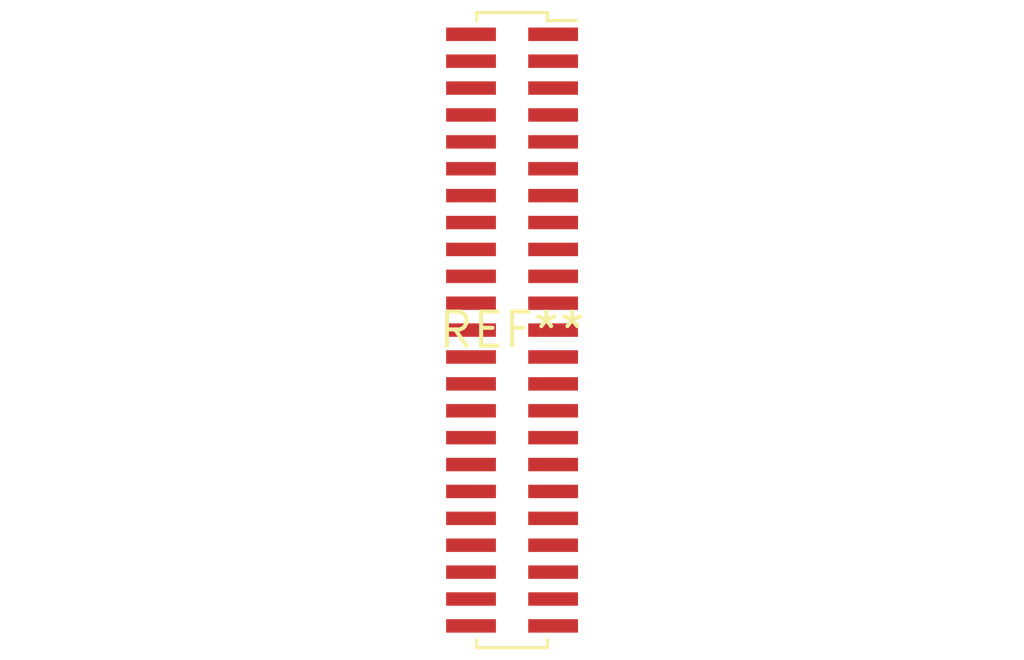
<source format=kicad_pcb>
(kicad_pcb (version 20240108) (generator pcbnew)
  (layers (0 "F.Cu" signal) (31 "B.Cu" signal) (34 "B.Paste" user) (35 "F.Paste" user) (36 "B.SilkS" user "B.Silkscreen") (37 "F.SilkS" user "F.Silkscreen") (38 "B.Mask" user) (39 "F.Mask" user) (44 "Edge.Cuts" user))
  (net 0 "")
  (footprint "PinSocket_2x23_P1.00mm_Vertical_SMD" (layer "F.Cu") (at 0 0)
    (property "Reference" "REF**")
    (property "Value" "PinSocket_2x23_P1.00mm_Vertical_SMD")
    (fp_line (start -1.31 -11.81) (end -1.31 -11.51) (layer "F.SilkS") (stroke (width 0.12)))
    (fp_line (start -1.31 -11.81) (end 1.31 -11.81) (layer "F.SilkS") (stroke (width 0.12)))
    (fp_line (start -1.31 11.51) (end -1.31 11.81) (layer "F.SilkS") (stroke (width 0.12)))
    (fp_line (start -1.31 11.81) (end 1.31 11.81) (layer "F.SilkS") (stroke (width 0.12)))
    (fp_line (start 1.31 -11.81) (end 1.31 -11.51) (layer "F.SilkS") (stroke (width 0.12)))
    (fp_line (start 1.31 -11.51) (end 2.39 -11.51) (layer "F.SilkS") (stroke (width 0.12)))
    (fp_line (start 1.31 11.51) (end 1.31 11.81) (layer "F.SilkS") (stroke (width 0.12)))
    (pad "1" smd rect (at 1.525 -11) (size 1.85 0.5) (layers "F.Cu" "F.Paste" "F.Mask"))
    (pad "2" smd rect (at -1.525 -11) (size 1.85 0.5) (layers "F.Cu" "F.Paste" "F.Mask"))
    (pad "3" smd rect (at 1.525 -10) (size 1.85 0.5) (layers "F.Cu" "F.Paste" "F.Mask"))
    (pad "4" smd rect (at -1.525 -10) (size 1.85 0.5) (layers "F.Cu" "F.Paste" "F.Mask"))
    (pad "5" smd rect (at 1.525 -9) (size 1.85 0.5) (layers "F.Cu" "F.Paste" "F.Mask"))
    (pad "6" smd rect (at -1.525 -9) (size 1.85 0.5) (layers "F.Cu" "F.Paste" "F.Mask"))
    (pad "7" smd rect (at 1.525 -8) (size 1.85 0.5) (layers "F.Cu" "F.Paste" "F.Mask"))
    (pad "8" smd rect (at -1.525 -8) (size 1.85 0.5) (layers "F.Cu" "F.Paste" "F.Mask"))
    (pad "9" smd rect (at 1.525 -7) (size 1.85 0.5) (layers "F.Cu" "F.Paste" "F.Mask"))
    (pad "10" smd rect (at -1.525 -7) (size 1.85 0.5) (layers "F.Cu" "F.Paste" "F.Mask"))
    (pad "11" smd rect (at 1.525 -6) (size 1.85 0.5) (layers "F.Cu" "F.Paste" "F.Mask"))
    (pad "12" smd rect (at -1.525 -6) (size 1.85 0.5) (layers "F.Cu" "F.Paste" "F.Mask"))
    (pad "13" smd rect (at 1.525 -5) (size 1.85 0.5) (layers "F.Cu" "F.Paste" "F.Mask"))
    (pad "14" smd rect (at -1.525 -5) (size 1.85 0.5) (layers "F.Cu" "F.Paste" "F.Mask"))
    (pad "15" smd rect (at 1.525 -4) (size 1.85 0.5) (layers "F.Cu" "F.Paste" "F.Mask"))
    (pad "16" smd rect (at -1.525 -4) (size 1.85 0.5) (layers "F.Cu" "F.Paste" "F.Mask"))
    (pad "17" smd rect (at 1.525 -3) (size 1.85 0.5) (layers "F.Cu" "F.Paste" "F.Mask"))
    (pad "18" smd rect (at -1.525 -3) (size 1.85 0.5) (layers "F.Cu" "F.Paste" "F.Mask"))
    (pad "19" smd rect (at 1.525 -2) (size 1.85 0.5) (layers "F.Cu" "F.Paste" "F.Mask"))
    (pad "20" smd rect (at -1.525 -2) (size 1.85 0.5) (layers "F.Cu" "F.Paste" "F.Mask"))
    (pad "21" smd rect (at 1.525 -1) (size 1.85 0.5) (layers "F.Cu" "F.Paste" "F.Mask"))
    (pad "22" smd rect (at -1.525 -1) (size 1.85 0.5) (layers "F.Cu" "F.Paste" "F.Mask"))
    (pad "23" smd rect (at 1.525 0) (size 1.85 0.5) (layers "F.Cu" "F.Paste" "F.Mask"))
    (pad "24" smd rect (at -1.525 0) (size 1.85 0.5) (layers "F.Cu" "F.Paste" "F.Mask"))
    (pad "25" smd rect (at 1.525 1) (size 1.85 0.5) (layers "F.Cu" "F.Paste" "F.Mask"))
    (pad "26" smd rect (at -1.525 1) (size 1.85 0.5) (layers "F.Cu" "F.Paste" "F.Mask"))
    (pad "27" smd rect (at 1.525 2) (size 1.85 0.5) (layers "F.Cu" "F.Paste" "F.Mask"))
    (pad "28" smd rect (at -1.525 2) (size 1.85 0.5) (layers "F.Cu" "F.Paste" "F.Mask"))
    (pad "29" smd rect (at 1.525 3) (size 1.85 0.5) (layers "F.Cu" "F.Paste" "F.Mask"))
    (pad "30" smd rect (at -1.525 3) (size 1.85 0.5) (layers "F.Cu" "F.Paste" "F.Mask"))
    (pad "31" smd rect (at 1.525 4) (size 1.85 0.5) (layers "F.Cu" "F.Paste" "F.Mask"))
    (pad "32" smd rect (at -1.525 4) (size 1.85 0.5) (layers "F.Cu" "F.Paste" "F.Mask"))
    (pad "33" smd rect (at 1.525 5) (size 1.85 0.5) (layers "F.Cu" "F.Paste" "F.Mask"))
    (pad "34" smd rect (at -1.525 5) (size 1.85 0.5) (layers "F.Cu" "F.Paste" "F.Mask"))
    (pad "35" smd rect (at 1.525 6) (size 1.85 0.5) (layers "F.Cu" "F.Paste" "F.Mask"))
    (pad "36" smd rect (at -1.525 6) (size 1.85 0.5) (layers "F.Cu" "F.Paste" "F.Mask"))
    (pad "37" smd rect (at 1.525 7) (size 1.85 0.5) (layers "F.Cu" "F.Paste" "F.Mask"))
    (pad "38" smd rect (at -1.525 7) (size 1.85 0.5) (layers "F.Cu" "F.Paste" "F.Mask"))
    (pad "39" smd rect (at 1.525 8) (size 1.85 0.5) (layers "F.Cu" "F.Paste" "F.Mask"))
    (pad "40" smd rect (at -1.525 8) (size 1.85 0.5) (layers "F.Cu" "F.Paste" "F.Mask"))
    (pad "41" smd rect (at 1.525 9) (size 1.85 0.5) (layers "F.Cu" "F.Paste" "F.Mask"))
    (pad "42" smd rect (at -1.525 9) (size 1.85 0.5) (layers "F.Cu" "F.Paste" "F.Mask"))
    (pad "43" smd rect (at 1.525 10) (size 1.85 0.5) (layers "F.Cu" "F.Paste" "F.Mask"))
    (pad "44" smd rect (at -1.525 10) (size 1.85 0.5) (layers "F.Cu" "F.Paste" "F.Mask"))
    (pad "45" smd rect (at 1.525 11) (size 1.85 0.5) (layers "F.Cu" "F.Paste" "F.Mask"))
    (pad "46" smd rect (at -1.525 11) (size 1.85 0.5) (layers "F.Cu" "F.Paste" "F.Mask"))
  )
)
</source>
